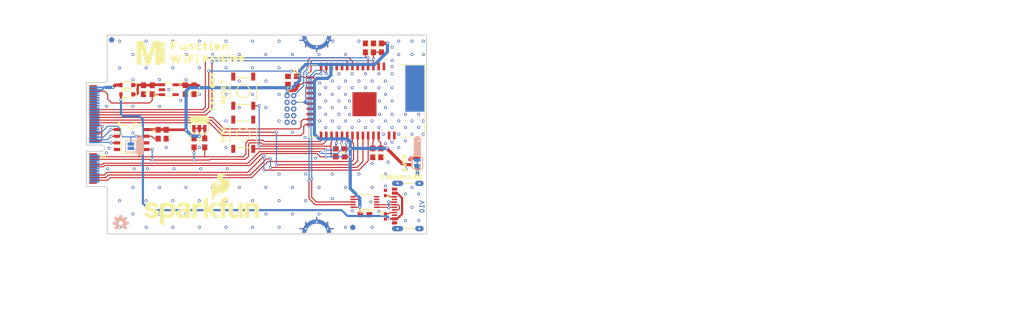
<source format=kicad_pcb>
(kicad_pcb (version 20211014) (generator pcbnew)
  (layers (0 "F.Cu" signal) (31 "B.Cu" signal) (34 "B.Paste" user) (35 "F.Paste" user) (36 "B.SilkS" user "B.Silkscreen") (37 "F.SilkS" user "F.Silkscreen") (38 "B.Mask" user) (39 "F.Mask" user) (44 "Edge.Cuts" user))
  (net 0 "")
  (net 1 "3.3V")
  (net 2 "GND")
  (net 3 "EN")
  (net 4 "VCC")
  (net 5 "U0RXI")
  (net 6 "U0TXO")
  (net 7 "RTC_PWR_KEY")
  (net 8 "RTC_WAKE1")
  (net 9 "FACTORY_RESET")
  (net 10 "GPIOA10")
  (net 11 "GPIOA11")
  (net 12 "U1RXI")
  (net 13 "U1TXO")
  (net 14 "TCLK")
  (net 15 "TMS")
  (net 16 "WPS")
  (net 17 "RTC_WAKE2")
  (net 18 "N$6")
  (net 19 "N$7")
  (net 20 "N$2")
  (net 21 "N$5")
  (net 22 "CIPO")
  (net 23 "COPI")
  (net 24 "~{CS}")
  (net 25 "SCK")
  (net 26 "N$10")
  (net 27 "N$11")
  (net 28 "I2C_SCL")
  (net 29 "I2C_SDA")
  (net 30 "N$8")
  (net 31 "N$9")
  (net 32 "N$1")
  (net 33 "N$13")
  (net 34 "N$14")
  (net 35 "V_USB")
  (net 36 "N$3")
  (net 37 "EWP")
  (footprint "boardEagle:SOT23-5" (layer "F.Cu") (at 131.7491 96.4446 -90)
    (fp_text reference "U3")
    (fp_text value "3.3V")
  )
  (footprint "boardEagle:M.2-CARD-E-22_FUNCTION_STANDARD" (layer "F.Cu") (at 116.0011 105.0036 -90)
    (fp_text reference "J1" hide)
    (fp_text value "MICROMOD_FUNCTION_STANDARD" hide)
    (fp_arc (start -19 -45.75) (mid -17.25 -44) (end -19 -42.25) (layer "Edge.Cuts") (width 0.0508))
    (fp_arc (start 19 -42.25) (mid 17.25 -44) (end 19 -45.75) (layer "Edge.Cuts") (width 0.0508))
  )
  (footprint "boardEagle:0603" (layer "F.Cu") (at 128.5741 96.4446 -90)
    (fp_text reference "R12")
    (fp_text value "100k")
  )
  (footprint "boardEagle:FACTORY0" (layer "F.Cu") (at 140.1311 96.724 90)
    (fp_text reference "U$8" hide)
    (fp_text value "" hide)
  )
  (footprint "boardEagle:WIFI0" (layer "F.Cu") (at 134.7971 90.6026)
    (fp_text reference "U$6" hide)
    (fp_text value "" hide)
  )
  (footprint "boardEagle:0603" (layer "F.Cu") (at 138.6071 106.6046 90)
    (fp_text reference "R6")
    (fp_text value "4.7k")
  )
  (footprint "boardEagle:0603" (layer "F.Cu") (at 172.3891 88.4436 90)
    (fp_text reference "R1")
    (fp_text value " ")
  )
  (footprint "boardEagle:SFE_LOGO_NAME_FLAME_.2" (layer "F.Cu") (at 138.1245 119.7872)
    (fp_text reference "LOGO1" hide)
    (fp_text value "SFE_LOGO_NAME_FLAME.2_INCH" hide)
  )
  (footprint "boardEagle:SMT-JUMPER_3_2-NC_TRACE_SILK" (layer "F.Cu") (at 137.5911 103.8106)
    (fp_text reference "JP2")
    (fp_text value "JUMPER-SMT_3_2-NC_TRACE_SILK")
  )
  (footprint "boardEagle:0603" (layer "F.Cu") (at 170.8651 88.4436 90)
    (fp_text reference "C7")
    (fp_text value "DNP")
  )
  (footprint "boardEagle:MICROMOD_MI_LOGO_1" (layer "F.Cu") (at 128.3201 89.3834)
    (fp_text reference "U$12" hide)
    (fp_text value "" hide)
  )
  (footprint "boardEagle:SO08" (layer "F.Cu") (at 124.6371 105.9696 -90)
    (fp_text reference "U4")
    (fp_text value "EEPROM")
  )
  (footprint "boardEagle:0603" (layer "F.Cu") (at 136.5751 96.4446 -90)
    (fp_text reference "C5")
    (fp_text value "0.1uF")
  )
  (footprint "boardEagle:0402-TIGHT" (layer "F.Cu") (at 173.1511 116.1804 -90)
    (fp_text reference "R9")
    (fp_text value "5.1k")
  )
  (footprint "boardEagle:0603" (layer "F.Cu") (at 129.7171 104.9536 90)
    (fp_text reference "R11")
    (fp_text value "10k")
  )
  (footprint "boardEagle:MSOP10" (layer "F.Cu") (at 169.2141 117.9076 180)
    (fp_text reference "U2")
    (fp_text value "CH340E_MSOP10")
  )
  (footprint "boardEagle:LED-0603" (layer "F.Cu") (at 179.2979 110.4146 -90)
    (fp_text reference "D3")
    (fp_text value "RED")
  )
  (footprint "boardEagle:0603" (layer "F.Cu") (at 172.2621 108.5096 -90)
    (fp_text reference "C1")
    (fp_text value "10uF")
  )
  (footprint "boardEagle:0603" (layer "F.Cu") (at 169.2141 120.3206)
    (fp_text reference "C8")
    (fp_text value "0.1uF")
  )
  (footprint "boardEagle:SOD-323" (layer "F.Cu") (at 123.7481 95.5556 180)
    (fp_text reference "D2")
    (fp_text value "")
  )
  (footprint "boardEagle:RESET0" (layer "F.Cu") (at 142.1631 96.724 90)
    (fp_text reference "U$9" hide)
    (fp_text value "" hide)
  )
  (footprint "boardEagle:XCVR_DA16200MOD-AAC4WA32" (layer "F.Cu") (at 169.5951 98.6036 -90)
    (fp_text reference "U1")
    (fp_text value "DA16200MOD")
  )
  (footprint "boardEagle:DA162000" (layer "F.Cu") (at 142.2393 90.4756)
    (fp_text reference "U$5" hide)
    (fp_text value "" hide)
  )
  (footprint "boardEagle:0603" (layer "F.Cu") (at 155.3711 93.9046)
    (fp_text reference "R3")
    (fp_text value "4.7k")
  )
  (footprint "boardEagle:0402-TIGHT" (layer "F.Cu") (at 173.1511 120.6588 90)
    (fp_text reference "R8")
    (fp_text value "5.1k")
  )
  (footprint "boardEagle:PWR0" (layer "F.Cu") (at 176.7833 110.4146 90)
    (fp_text reference "U$2" hide)
    (fp_text value "" hide)
  )
  (footprint "boardEagle:2X5-PTH-1.27MM-NO_SILK" (layer "F.Cu") (at 154.9901 100.1276 -90)
    (fp_text reference "J2")
    (fp_text value "CORTEX_JTAG_DEBUG")
  )
  (footprint "boardEagle:USB-C-16P-2LAYER-PADS" (layer "F.Cu") (at 174.5481 118.6696 90)
    (fp_text reference "J3")
    (fp_text value "")
  )
  (footprint "boardEagle:TACTILE_SWITCH_SMD_5.2MM" (layer "F.Cu") (at 145.9731 104.9536 90)
    (fp_text reference "S1")
    (fp_text value "WPS")
  )
  (footprint "boardEagle:0603" (layer "F.Cu") (at 134.9241 96.4446 -90)
    (fp_text reference "C4")
    (fp_text value "1.0uF")
  )
  (footprint "boardEagle:FIDUCIAL-1X2" (layer "F.Cu") (at 120.8271 86.9196)
    (fp_text reference "FD1" hide)
    (fp_text value "FIDUCIAL1X2" hide)
  )
  (footprint "boardEagle:0603" (layer "F.Cu") (at 164.5151 109.2716)
    (fp_text reference "R5")
    (fp_text value "4.7k")
  )
  (footprint "boardEagle:FUNCTION0" (layer "F.Cu") (at 137.7181 88.0626)
    (fp_text reference "U$4" hide)
    (fp_text value "" hide)
  )
  (footprint "boardEagle:0603" (layer "F.Cu") (at 126.9231 96.4446 -90)
    (fp_text reference "C6")
    (fp_text value "1.0uF")
  )
  (footprint "boardEagle:0603" (layer "F.Cu") (at 170.7381 108.5096 -90)
    (fp_text reference "C3")
    (fp_text value "1uF")
  )
  (footprint "boardEagle:0603" (layer "F.Cu") (at 164.5151 107.7476)
    (fp_text reference "R4")
    (fp_text value "4.7k")
  )
  (footprint "boardEagle:0603" (layer "F.Cu") (at 136.5751 106.6046 90)
    (fp_text reference "R10")
    (fp_text value "4.7k")
  )
  (footprint "boardEagle:WPS0" (layer "F.Cu") (at 142.1631 104.9536 90)
    (fp_text reference "U$7" hide)
    (fp_text value "" hide)
  )
  (footprint "boardEagle:#I2C#0" (layer "F.Cu") (at 137.5911 102.1596)
    (fp_text reference "U$11" hide)
    (fp_text value "" hide)
  )
  (footprint "boardEagle:0603" (layer "F.Cu") (at 131.2411 104.9536 -90)
    (fp_text reference "C9")
    (fp_text value "0.1uF")
  )
  (footprint "boardEagle:0402-TIGHT" (layer "F.Cu") (at 177.8501 110.2622 -90)
    (fp_text reference "R7")
    (fp_text value "1k")
  )
  (footprint "boardEagle:0603" (layer "F.Cu") (at 169.3411 88.4436 -90)
    (fp_text reference "R2")
    (fp_text value "4.7k")
  )
  (footprint "boardEagle:SOD-323" (layer "F.Cu") (at 123.7481 97.3336 180)
    (fp_text reference "D1")
    (fp_text value "")
  )
  (footprint "boardEagle:CREATIVE_COMMONS" (layer "F.Cu") (at 119.8111 137.9736)
    (fp_text reference "FRAME2" hide)
    (fp_text value "FRAME-LEDGER" hide)
  )
  (footprint "boardEagle:FIDUCIAL-1X2" (layer "F.Cu") (at 166.9027 122.759)
    (fp_text reference "FD3" hide)
    (fp_text value "FIDUCIAL1X2" hide)
  )
  (footprint "boardEagle:0603" (layer "F.Cu") (at 155.3711 95.4286 180)
    (fp_text reference "C2")
    (fp_text value "1uF")
  )
  (footprint "boardEagle:FIRMWARE0" (layer "F.Cu") (at 176.3769 113.1578)
    (fp_text reference "U$1" hide)
    (fp_text value "" hide)
  )
  (footprint "boardEagle:ORDERING_INSTRUCTIONS" (layer "F.Cu") (at 193.4711 79.5536)
    (fp_text reference "LOGO3" hide)
    (fp_text value "SPECIAL_INSTRUCTIONS-ORDERING" hide)
  )
  (footprint "boardEagle:TACTILE_SWITCH_SMD_5.2MM" (layer "F.Cu") (at 145.9731 96.724 90)
    (fp_text reference "S2")
    (fp_text value "FACTORY_RESET")
  )
  (footprint "boardEagle:#LED#0" (layer "B.Cu") (at 179.2471 109.5256 -90)
    (fp_text reference "U$3" hide)
    (fp_text value "" hide)
  )
  (footprint "boardEagle:#WP#0" (layer "B.Cu") (at 126.2881 107.2396 -90)
    (fp_text reference "U$10" hide)
    (fp_text value "" hide)
  )
  (footprint "boardEagle:FIDUCIAL-1X2" (layer "B.Cu") (at 166.9027 122.759 180)
    (fp_text reference "FD4" hide)
    (fp_text value "FIDUCIAL1X2" hide)
  )
  (footprint "boardEagle:SMT-JUMPER_2_NO_SILK" (layer "B.Cu") (at 124.5101 107.2396 90)
    (fp_text reference "JP3")
    (fp_text value "JUMPER-SMT_2_NO_SILK")
  )
  (footprint "boardEagle:FIDUCIAL-1X2" (layer "B.Cu") (at 120.8271 86.9196 180)
    (fp_text reference "FD2" hide)
    (fp_text value "FIDUCIAL1X2" hide)
  )
  (footprint "boardEagle:PAD.03X.03" (layer "B.Cu") (at 157.9111 98.8576 180)
    (fp_text reference "TP1" hide)
    (fp_text value "" hide)
  )
  (footprint "boardEagle:SMT-JUMPER_2_NC_TRACE_SILK" (layer "B.Cu") (at 179.2471 110.4146 -90)
    (fp_text reference "JP1")
    (fp_text value "JUMPER-SMT_2_NC_TRACE_SILK")
  )
  (footprint "boardEagle:OSHW-LOGO-S" (layer "B.Cu") (at 122.5543 121.9462 180)
    (fp_text reference "LOGO2" hide)
    (fp_text value "OSHW-LOGOS" hide)
  )
  (gr_line (start 119.5011 95.0786) (end 116.0011 95.0786) (layer "Edge.Cuts") (width 0.2032))
  (gr_arc (start 118.9011 107.0286) (mid 119.5011 107.6286) (end 118.9011 108.2286) (layer "Edge.Cuts") (width 0.2032))
  (gr_line (start 116.0011 114.9286) (end 119.5011 114.9286) (layer "Edge.Cuts") (width 0.2032))
  (gr_line (start 118.9011 108.2286) (end 116.0011 108.2286) (layer "Edge.Cuts") (width 0.2032))
  (gr_line (start 181.0011 86.0036) (end 120.0011 86.0036) (layer "Edge.Cuts") (width 0.2032))
  (gr_line (start 120.0011 124.0036) (end 181.0011 124.0036) (layer "Edge.Cuts") (width 0.2032))
  (gr_arc (start 119.5011 114.9286) (mid 119.843398 115.068945) (end 120.0011 115.403601) (layer "Edge.Cuts") (width 0.2032))
  (gr_line (start 116.0011 108.2286) (end 116.0011 114.9286) (layer "Edge.Cuts") (width 0.2032))
  (gr_arc (start 120.0011 94.6036) (mid 119.842054 94.936841) (end 119.5011 95.0786) (layer "Edge.Cuts") (width 0.2032))
  (gr_line (start 116.0011 107.0286) (end 118.9011 107.0286) (layer "Edge.Cuts") (width 0.2032))
  (gr_line (start 181.0011 124.0036) (end 181.0011 86.0036) (layer "Edge.Cuts") (width 0.2032))
  (gr_line (start 116.0011 95.0786) (end 116.0011 107.0286) (layer "Edge.Cuts") (width 0.2032))
  (gr_line (start 120.0011 86.0036) (end 120.0011 94.6036) (layer "Edge.Cuts") (width 0.2032))
  (gr_line (start 120.0011 115.4036) (end 120.0011 124.0036) (layer "Edge.Cuts") (width 0.2032))
  (gr_text "V10" (at 180.6441 118.7966 -270) (layer "B.Cu") (effects (font (size 0.8636 0.8636) (thickness 0.1524)) (justify bottom mirror)))
  (segment (start 172.2621 107.6596) (end 172.2621 106.6046) (width 0.2032) (layer "F.Cu") (net 1))
  (segment (start 171.8451 106.1876) (end 171.8451 105.2036) (width 0.2032) (layer "F.Cu") (net 1))
  (segment (start 155.8401 96.5716) (end 156.2211 96.1906) (width 0.6096) (layer "F.Cu") (net 1))
  (segment (start 167.8251 117.4076) (end 168.2569 117.8394) (width 0.2032) (layer "F.Cu") (net 1))
  (segment (start 134.9241 95.5946) (end 136.5751 95.5946) (width 0.508) (layer "F.Cu") (net 1))
  (segment (start 154.3551 96.9526) (end 154.7361 96.5716) (width 0.6096) (layer "F.Cu") (net 1))
  (segment (start 170.7381 107.6596) (end 172.2621 107.6596) (width 0.6096) (layer "F.Cu") (net 1))
  (segment (start 129.7561 104.0646) (end 131.2411 104.0646) (width 0.508) (layer "F.Cu") (net 1))
  (segment (start 165.3651 109.2716) (end 166.4201 109.2716) (width 0.2032) (layer "F.Cu") (net 1))
  (segment (start 156.2211 95.4286) (end 157.0781 95.4286) (width 0.2032) (layer "F.Cu") (net 1))
  (segment (start 176.5077 110.7622) (end 173.4051 107.6596) (width 0.6096) (layer "F.Cu") (net 1))
  (segment (start 131.2411 104.1036) (end 134.9631 104.1036) (width 0.508) (layer "F.Cu") (net 1))
  (segment (start 172.2621 106.6046) (end 171.8451 106.1876) (width 0.2032) (layer "F.Cu") (net 1))
  (segment (start 170.7381 107.6596) (end 170.7381 106.3506) (width 0.2032) (layer "F.Cu") (net 1))
  (segment (start 166.9641 118.9076) (end 168.2141 118.9076) (width 0.2032) (layer "F.Cu") (net 1))
  (segment (start 168.2141 118.9076) (end 168.2569 118.8648) (width 0.2032) (layer "F.Cu") (net 1))
  (segment (start 173.4051 107.6596) (end 172.2621 107.6596) (width 0.6096) (layer "F.Cu") (net 1))
  (segment (start 136.5751 95.5946) (end 137.3761 95.5946) (width 0.508) (layer "F.Cu") (net 1))
  (segment (start 168.2569 117.8394) (end 168.2569 118.8648) (width 0.2032) (layer "F.Cu") (net 1))
  (segment (start 166.9641 117.4076) (end 167.8251 117.4076) (width 0.2032) (layer "F.Cu") (net 1))
  (segment (start 131.2411 104.0646) (end 131.2411 104.1036) (width 0.508) (layer "F.Cu") (net 1))
  (segment (start 165.3651 107.7476) (end 166.4201 107.7476) (width 0.2032) (layer "F.Cu") (net 1))
  (segment (start 129.6781 104.0646) (end 129.7171 104.1036) (width 0.508) (layer "F.Cu") (net 1))
  (segment (start 134.9631 104.1036) (end 135.0511 104.1916) (width 0.508) (layer "F.Cu") (net 1))
  (segment (start 137.5911 95.8096) (end 137.5911 96.0636) (width 0.508) (layer "F.Cu") (net 1))
  (segment (start 137.5911 95.8096) (end 137.3761 95.5946) (width 0.508) (layer "F.Cu") (net 1))
  (segment (start 154.3551 97.5876) (end 154.3551 96.9526) (width 0.6096) (layer "F.Cu") (net 1))
  (segment (start 154.7361 96.5716) (end 155.8401 96.5716) (width 0.6096) (layer "F.Cu") (net 1))
  (segment (start 157.0781 95.4286) (end 157.4031 95.1036) (width 0.2032) (layer "F.Cu") (net 1))
  (segment (start 173.4931 87.5936) (end 173.5321 87.5546) (width 0.6096) (layer "F.Cu") (net 1))
  (segment (start 127.4371 104.0646) (end 129.6781 104.0646) (width 0.508) (layer "F.Cu") (net 1))
  (segment (start 168.2569 120.2134) (end 168.2569 118.8648) (width 0.2032) (layer "F.Cu") (net 1))
  (segment (start 172.3891 87.5936) (end 173.4931 87.5936) (width 0.6096) (layer "F.Cu") (net 1))
  (segment (start 134.8241 95.4946) (end 134.9241 95.5946) (width 0.508) (layer "F.Cu") (net 1))
  (segment (start 157.4031 95.1036) (end 158.8451 95.1036) (width 0.2032) (layer "F.Cu") (net 1))
  (segment (start 137.5911 103.8106) (end 137.5911 105.3346) (width 0.2032) (layer "F.Cu") (net 1))
  (segment (start 156.2211 96.1906) (end 156.2211 95.4286) (width 0.6096) (layer "F.Cu") (net 1))
  (segment (start 170.8451 106.2436) (end 170.8451 105.2036) (width 0.2032) (layer "F.Cu") (net 1))
  (segment (start 170.7381 106.3506) (end 170.8451 106.2436) (width 0.2032) (layer "F.Cu") (net 1))
  (segment (start 168.3641 120.3206) (end 168.2569 120.2134) (width 0.2032) (layer "F.Cu") (net 1))
  (segment (start 133.0492 95.4946) (end 134.8241 95.4946) (width 0.508) (layer "F.Cu") (net 1))
  (segment (start 177.8501 110.7622) (end 176.5077 110.7622) (width 0.6096) (layer "F.Cu") (net 1))
  (segment (start 129.7171 104.1036) (end 129.7561 104.0646) (width 0.508) (layer "F.Cu") (net 1))
  (via (at 135.0511 104.1916) (size 0.5588) (drill 0.3048) (layers "F.Cu" "B.Cu") (net 1))
  (via (at 166.4201 107.7476) (size 0.5588) (drill 0.3048) (layers "F.Cu" "B.Cu") (net 1))
  (via (at 173.5321 87.5546) (size 0.5588) (drill 0.3048) (layers "F.Cu" "B.Cu") (net 1))
  (via (at 137.5911 105.3346) (size 0.5588) (drill 0.3048) (layers "F.Cu" "B.Cu") (net 1))
  (via (at 137.5911 96.0636) (size 0.5588) (drill 0.3048) (layers "F.Cu" "B.Cu") (net 1))
  (via (at 173.4051 107.6596) (size 0.5588) (drill 0.3048) (layers "F.Cu" "B.Cu") (net 1))
  (via (at 166.4201 109.2716) (size 0.5588) (drill 0.3048) (layers "F.Cu" "B.Cu") (net 1))
  (via (at 168.2569 118.8648) (size 0.5588) (drill 0.3048) (layers "F.Cu" "B.Cu") (net 1))
  (segment (start 166.4201 115.3088) (end 166.4201 109.2716) (width 0.6096) (layer "B.Cu") (net 1))
  (segment (start 154.3551 96.0636) (end 155.3711 96.0636) (width 0.6096) (layer "B.Cu") (net 1))
  (segment (start 166.4201 106.3506) (end 165.9121 105.8426) (width 0.6096) (layer "B.Cu") (net 1))
  (segment (start 168.2569 117.1456) (end 168.2569 118.8648) (width 0.6096) (layer "B.Cu") (net 1))
  (segment (start 154.3551 97.5876) (end 154.3551 96.0636) (width 0.6096) (layer "B.Cu") (net 1))
  (segment (start 162.7371 91.6186) (end 157.9111 91.6186) (width 0.6096) (layer "B.Cu") (net 1))
  (segment (start 155.3711 96.0636) (end 156.7681 94.6666) (width 0.6096) (layer "B.Cu") (net 1))
  (segment (start 165.9121 105.8426) (end 160.4511 105.8426) (width 0.6096) (layer "B.Cu") (net 1))
  (segment (start 156.7681 94.6666) (end 156.7681 92.7616) (width 0.6096) (layer "B.Cu") (net 1))
  (segment (start 154.3551 96.0636) (end 137.5911 96.0636) (width 0.6096) (layer "B.Cu") (net 1))
  (segment (start 137.5911 96.0636) (end 135.6861 96.0636) (width 0.6096) (layer "B.Cu") (net 1))
  (segment (start 173.5321 87.5546) (end 173.5321 89.2056) (width 0.6096) (layer "B.Cu") (net 1))
  (segment (start 171.1191 91.6186) (end 162.7371 91.6186) (width 0.6096) (layer "B.Cu") (net 1))
  (segment (start 135.0511 96.6986) (end 135.0511 104.1916) (width 0.6096) (layer "B.Cu") (net 1))
  (segment (start 159.5621 94.7936) (end 160.0701 94.2856) (width 0.6096) (layer "B.Cu") (net 1))
  (segment (start 162.1021 94.2856) (end 162.7371 93.6506) (width 0.6096) (layer "B.Cu") (net 1))
  (segment (start 159.5621 104.9536) (end 159.5621 94.7936) (width 0.6096) (layer "B.Cu") (net 1))
  (segment (start 136.1941 105.3346) (end 137.5911 105.3346) (width 0.6096) (layer "B.Cu") (net 1))
  (segment (start 168.2569 117.1456) (end 166.4201 115.3088) (width 0.6096) (layer "B.Cu") (net 1))
  (segment (start 166.4201 107.6596) (end 173.4051 107.6596) (width 0.6096) (layer "B.Cu") (net 1))
  (segment (start 166.4201 109.2716) (end 166.4201 107.7476) (width 0.6096) (layer "B.Cu") (net 1))
  (segment (start 135.0511 104.1916) (end 136.1941 105.3346) (width 0.6096) (layer "B.Cu") (net 1))
  (segment (start 157.9111 91.6186) (end 156.7681 92.7616) (width 0.6096) (layer "B.Cu") (net 1))
  (segment (start 162.7371 93.6506) (end 162.7371 91.6186) (width 0.6096) (layer "B.Cu") (net 1))
  (segment (start 160.4511 105.8426) (end 159.5621 104.9536) (width 0.6096) (layer "B.Cu") (net 1))
  (segment (start 166.4201 107.7476) (end 166.4201 106.3506) (width 0.6096) (layer "B.Cu") (net 1))
  (segment (start 160.0701 94.2856) (end 162.1021 94.2856) (width 0.6096) (layer "B.Cu") (net 1))
  (segment (start 173.5321 89.2056) (end 171.1191 91.6186) (width 0.6096) (layer "B.Cu") (net 1))
  (segment (start 166.4201 107.7476) (end 166.4201 107.6596) (width 0.6096) (layer "B.Cu") (net 1))
  (segment (start 135.6861 96.0636) (end 135.0511 96.6986) (width 0.6096) (layer "B.Cu") (net 1))
  (segment (start 158.9411 121.7036) (end 160.0011 121.7036) (width 0.2032) (layer "F.Cu") (net 2))
  (segment (start 118.7461 103.2536) (end 118.9221 103.4296) (width 0.2032) (layer "F.Cu") (net 2))
  (segment (start 160.8321 88.3166) (end 161.2131 88.3166) (width 0.2032) (layer "F.Cu") (net 2))
  (segment (start 161.2131 88.3166) (end 162.1011 87.4286) (width 0.2032) (layer "F.Cu") (net 2))
  (segment (start 158.6731 122.2316) (end 158.6731 121.9716) (width 0.2032) (layer "F.Cu") (net 2))
  (segment (start 158.6731 121.9716) (end 158.9411 121.7036) (width 0.2032) (layer "F.Cu") (net 2))
  (segment (start 118.9221 106.0966) (end 118.7651 106.2536) (width 0.2032) (layer "F.Cu") (net 2))
  (segment (start 157.9011 123.0036) (end 158.6731 122.2316) (width 0.2032) (layer "F.Cu") (net 2))
  (segment (start 160.8191 88.3036) (end 160.8321 88.3166) (width 0.2032) (layer "F.Cu") (net 2))
  (segment (start 158.6731 87.6816) (end 158.1651 87.6816) (width 0.2032) (layer "F.Cu") (net 2))
  (segment (start 160.0011 88.3036) (end 159.2951 88.3036) (width 0.2032) (layer "F.Cu") (net 2))
  (segment (start 162.1011 87.4286) (end 162.1011 87.0036) (width 0.2032) (layer "F.Cu") (net 2))
  (segment (start 157.9011 87.4176) (end 157.9011 87.0036) (width 0.2032) (layer "F.Cu") (net 2))
  (segment (start 161.0721 121.7036) (end 162.1011 122.7326) (width 0.2032) (layer "F.Cu") (net 2))
  (segment (start 160.0011 121.7036) (end 161.0721 121.7036) (width 0.2032) (layer "F.Cu") (net 2))
  (segment (start 158.1651 87.6816) (end 157.9011 87.4176) (width 0.2032) (layer "F.Cu") (net 2))
  (segment (start 160.0011 88.3036) (end 160.8191 88.3036) (width 0.2032) (layer "F.Cu") (net 2))
  (segment (start 162.1011 122.7326) (end 162.1011 123.0036) (width 0.2032) (layer "F.Cu") (net 2))
  (segment (start 118.9221 104.7536) (end 118.9221 106.0966) (width 0.2032) (layer "F.Cu") (net 2))
  (segment (start 117.2761 106.2536) (end 118.7651 106.2536) (width 0.2032) (layer "F.Cu") (net 2))
  (segment (start 117.2761 103.2536) (end 118.7461 103.2536) (width 0.2032) (layer "F.Cu") (net 2))
  (segment (start 117.2761 104.7536) (end 118.9221 104.7536) (width 0.2032) (layer "F.Cu") (net 2))
  (segment (start 159.2951 88.3036) (end 158.6731 87.6816) (width 0.2032) (layer "F.Cu") (net 2))
  (segment (start 118.9221 103.4296) (end 118.9221 104.7536) (width 0.2032) (layer "F.Cu") (net 2))
  (via (at 164.2611 96.0636) (size 0.5588) (drill 0.3048) (layers "F.Cu" "B.Cu") (net 2))
  (via (at 166.8011 93.3966) (size 0.5588) (drill 0.3048) (layers "F.Cu" "B.Cu") (net 2))
  (via (at 166.8011 103.6836) (size 0.5588) (drill 0.3048) (layers "F.Cu" "B.Cu") (net 2))
  (via (at 162.9911 102.4136) (size 0.5588) (drill 0.3048) (layers "F.Cu" "B.Cu") (net 2))
  (via (at 171.8811 96.0636) (size 0.5588) (drill 0.3048) (layers "F.Cu" "B.Cu") (net 2))
  (via (at 178.2311 102.4136) (size 0.5588) (drill 0.3048) (layers "F.Cu" "B.Cu") (net 2))
  (via (at 129.9711 120.1936) (size 0.5588) (drill 0.3048) (layers "F.Cu" "B.Cu") (net 2))
  (via (at 164.2611 101.1436) (size 0.5588) (drill 0.3048) (layers "F.Cu" "B.Cu") (net 2))
  (via (at 161.7211 96.0636) (size 0.5588) (drill 0.3048) (layers "F.Cu" "B.Cu") (net 2))
  (via (at 137.5911 122.7336) (size 0.5588) (drill 0.3048) (layers "F.Cu" "B.Cu") (net 2))
  (via (at 124.8911 99.6196) (size 0.5588) (drill 0.3048) (layers "F.Cu" "B.Cu") (net 2))
  (via (at 142.6711 102.4136) (size 0.5588) (drill 0.3048) (layers "F.Cu" "B.Cu") (net 2))
  (via (at 152.8311 112.5736) (size 0.5588) (drill 0.3048) (layers "F.Cu" "B.Cu") (net 2))
  (via (at 160.4511 120.1936) (size 0.5588) (drill 0.3048) (layers "F.Cu" "B.Cu") (net 2))
  (via (at 142.6711 97.3336) (size 0.5588) (drill 0.3048) (layers "F.Cu" "B.Cu") (net 2))
  (via (at 150.2911 99.8736) (size 0.5588) (drill 0.3048) (layers "F.Cu" "B.Cu") (net 2))
  (via (at 159.8161 109.5256) (size 0.5588) (drill 0.3048) (layers "F.Cu" "B.Cu") (net 2))
  (via (at 119.0491 103.4296) (size 0.5588) (drill 0.3048) (layers "F.Cu" "B.Cu") (net 2))
  (via (at 124.8911 94.5396) (size 0.5588) (drill 0.3048) (layers "F.Cu" "B.Cu") (net 2))
  (via (at 178.2311 118.9236) (size 0.5588) (drill 0.3048) (layers "F.Cu" "B.Cu") (net 2))
  (via (at 124.8911 115.1136) (size 0.5588) (drill 0.3048) (layers "F.Cu" "B.Cu") (net 2))
  (via (at 124.8911 89.7136) (size 0.5588) (drill 0.3048) (layers "F.Cu" "B.Cu") (net 2))
  (via (at 164.2611 98.6036) (size 0.5588) (drill 0.3048) (layers "F.Cu" "B.Cu") (net 2))
  (via (at 127.4311 117.6536) (size 0.5588) (drill 0.3048) (layers "F.Cu" "B.Cu") (net 2))
  (via (at 122.3511 92.2536) (size 0.5588) (drill 0.3048) (layers "F.Cu" "B.Cu") (net 2))
  (via (at 165.5311 94.7936) (size 0.5588) (drill 0.3048) (layers "F.Cu" "B.Cu") (net 2))
  (via (at 173.1511 94.7936) (size 0.5588) (drill 0.3048) (layers "F.Cu" "B.Cu") (net 2))
  (via (at 165.5311 89.7136) (size 0.5588) (drill 0.3048) (layers "F.Cu" "B.Cu") (net 2))
  (via (at 166.2931 98.6036) (size 0.5588) (drill 0.3048) (layers "F.Cu" "B.Cu") (net 2))
  (via (at 175.6911 87.1736) (size 0.5588) (drill 0.3048) (layers "F.Cu" "B.Cu") (net 2))
  (via (at 174.4211 101.1436) (size 0.5588) (drill 0.3048) (layers "F.Cu" "B.Cu") (net 2))
  (via (at 145.2111 99.8736) (size 0.5588) (drill 0.3048) (layers "F.Cu" "B.Cu") (net 2))
  (via (at 135.0511 115.1136) (size 0.5588) (drill 0.3048) (layers "F.Cu" "B.Cu") (net 2))
  (via (at 174.4211 93.3966) (size 0.5588) (drill 0.3048) (layers "F.Cu" "B.Cu") (net 2))
  (via (at 161.7211 98.6036) (size 0.5588) (drill 0.3048) (layers "F.Cu" "B.Cu") (net 2))
  (via (at 179.5011 103.6836) (size 0.5588) (drill 0.3048) (layers "F.Cu" "B.Cu") (net 2))
  (via (at 122.3511 122.7336) (size 0.5588) (drill 0.3048) (layers "F.Cu" "B.Cu") (net 2))
  (via (at 119.8111 99.6196) (size 0.5588) (drill 0.3048) (layers "F.Cu" "B.Cu") (net 2))
  (via (at 165.5311 115.1136) (size 0.5588) (drill 0.3048) (layers "F.Cu" "B.Cu") (net 2))
  (via (at 174.4211 103.6836) (size 0.5588) (drill 0.3048) (layers "F.Cu" "B.Cu") (net 2))
  (via (at 157.9111 117.6536) (size 0.5588) (drill 0.3048) (layers "F.Cu" "B.Cu") (net 2))
  (via (at 150.2911 120.1936) (size 0.5588) (drill 0.3048) (layers "F.Cu" "B.Cu") (net 2))
  (via (at 174.4211 88.3166) (size 0.5588) (drill 0.3048) (layers "F.Cu" "B.Cu") (net 2))
  (via (at 163.1181 87.1736) (size 0.5588) (drill 0.3048) (layers "F.Cu" "B.Cu") (net 2))
  (via (at 168.0711 94.7936) (size 0.5588) (drill 0.3048) (layers "F.Cu" "B.Cu") (net 2))
  (via (at 170.6111 115.1136) (size 0.5588) (drill 0.3048) (layers "F.Cu" "B.Cu") (net 2))
  (via (at 152.8311 87.1736) (size 0.5588) (drill 0.3048) (layers "F.Cu" "B.Cu") (net 2))
  (via (at 174.4211 98.6036) (size 0.5588) (drill 0.3048) (layers "F.Cu" "B.Cu") (net 2))
  (via (at 168.0711 102.4136) (size 0.5588) (drill 0.3048) (layers "F.Cu" "B.Cu") (net 2))
  (via (at 140.1311 120.1936) (size 0.5588) (drill 0.3048) (layers "F.Cu" "B.Cu") (net 2))
  (via (at 173.1511 114.8596) (size 0.5588) (drill 0.3048) (layers "F.Cu" "B.Cu") (net 2))
  (via (at 142.6711 107.4936) (size 0.5588) (drill 0.3048) (layers "F.Cu" "B.Cu") (net 2))
  (via (at 155.3711 120.1936) (size 0.5588) (drill 0.3048) (layers "F.Cu" "B.Cu") (net 2))
  (via (at 131.2411 107.4936) (size 0.5588) (drill 0.3048) (layers "F.Cu" "B.Cu") (net 2))
  (via (at 179.5011 116.3836) (size 0.5588) (drill 0.3048) (layers "F.Cu" "B.Cu") (net 2))
  (via (at 142.6711 117.6536) (size 0.5588) (drill 0.3048) (layers "F.Cu" "B.Cu") (net 2))
  (via (at 142.6711 92.2536) (size 0.5588) (drill 0.3048) (layers "F.Cu" "B.Cu") (net 2))
  (via (at 147.7511 117.6536) (size 0.5588) (drill 0.3048) (layers "F.Cu" "B.Cu") (net 2))
  (via (at 168.0711 87.1736) (size 0.5588) (drill 0.3048) (layers "F.Cu" "B.Cu") (net 2))
  (via (at 152.8311 92.2536) (size 0.5588) (drill 0.3048) (layers "F.Cu" "B.Cu") (net 2))
  (via (at 142.6711 87.1736) (size 0.5588) (drill 0.3048) (layers "F.Cu" "B.Cu") (net 2))
  (via (at 180.3901 102.4136) (size 0.5588) (drill 0.3048) (layers "F.Cu" "B.Cu") (net 2))
  (via (at 120.0651 111.5576) (size 0.5588) (drill 0.3048) (layers "F.Cu" "B.Cu") (net 2))
  (via (at 132.7651 111.5576) (size 0.5588) (drill 0.3048) (layers "F.Cu" "B.Cu") (net 2))
  (via (at 152.8311 117.6536) (size 0.5588) (drill 0.3048) (layers "F.Cu" "B.Cu") (net 2))
  (via (at 157.7841 105.5886) (size 0.5588) (drill 0.3048) (layers "F.Cu" "B.Cu") (net 2))
  (via (at 173.6591 110.2876) (size 0.5588) (drill 0.3048) (layers "F.Cu" "B.Cu") (net 2))
  (via (at 178.2311 115.1136) (size 0.5588) (drill 0.3048) (layers "F.Cu" "B.Cu") (net 2))
  (via (at 176.9611 103.6836) (size 0.5588) (drill 0.3048) (layers "F.Cu" "B.Cu") (net 2))
  (via (at 168.0711 112.5736) (size 0.5588) (drill 0.3048) (layers "F.Cu" "B.Cu") (net 2))
  (via (at 131.7491 96.4446) (size 0.5588) (drill 0.3048) (layers "F.Cu" "B.Cu") (net 2))
  (via (at 172.0081 98.6036) (size 0.5588) (drill 0.3048) (layers "F.Cu" "B.Cu") (net 2))
  (via (at 176.9611 101.1436) (size 0.5588) (drill 0.3048) (layers "F.Cu" "B.Cu") (net 2))
  (via (at 172.0081 101.1436) (size 0.5588) (drill 0.3048) (layers "F.Cu" "B.Cu") (net 2))
  (via (at 127.4311 87.1736) (size 0.5588) (drill 0.3048) (layers "F.Cu" "B.Cu") (net 2))
  (via (at 152.8311 97.3336) (size 0.5588) (drill 0.3048) (layers "F.Cu" "B.Cu") (net 2))
  (via (at 129.9711 99.6196) (size 0.5588) (drill 0.3048) (layers "F.Cu" "B.Cu") (net 2))
  (via (at 147.7511 122.7336) (size 0.5588) (drill 0.3048) (layers "F.Cu" "B.Cu") (net 2))
  (via (at 160.5781 97.3336) (size 0.5588) (drill 0.3048) (layers "F.Cu" "B.Cu") (net 2))
  (via (at 170.6111 94.7936) (size 0.5588) (drill 0.3048) (layers "F.Cu" "B.Cu") (net 2))
  (via (at 155.3711 104.5726) (size 0.5588) (drill 0.3048) (layers "F.Cu" "B.Cu") (net 2))
  (via (at 124.8911 120.1936) (size 0.5588) (drill 0.3048) (layers "F.Cu" "B.Cu") (net 2))
  (via (at 155.3711 89.7136) (size 0.5588) (drill 0.3048) (layers "F.Cu" "B.Cu") (net 2))
  (via (at 174.4211 90.8566) (size 0.5588) (drill 0.3048) (layers "F.Cu" "B.Cu") (net 2))
  (via (at 170.6111 102.4136) (size 0.5588) (drill 0.3048) (layers "F.Cu" "B.Cu") (net 2))
  (via (at 125.1451 111.5576) (size 0.5588) (drill 0.3048) (layers "F.Cu" "B.Cu") (net 2))
  (via (at 175.6911 102.4136) (size 0.5588) (drill 0.3048) (layers "F.Cu" "B.Cu") (net 2))
  (via (at 137.5911 87.1736) (size 0.5588) (drill 0.3048) (layers "F.Cu" "B.Cu") (net 2))
  (via (at 137.5911 107.4936) (size 0.5588) (drill 0.3048) (layers "F.Cu" "B.Cu") (net 2))
  (via (at 171.8811 103.6836) (size 0.5588) (drill 0.3048) (layers "F.Cu" "B.Cu") (net 2))
  (via (at 173.1511 102.4136) (size 0.5588) (drill 0.3048) (layers "F.Cu" "B.Cu") (net 2))
  (via (at 160.5781 99.8736) (size 0.5588) (drill 0.3048) (layers "F.Cu" "B.Cu") (net 2))
  (via (at 166.2931 101.1436) (size 0.5588) (drill 0.3048) (layers "F.Cu" "B.Cu") (net 2))
  (via (at 142.6711 122.7336) (size 0.5588) (drill 0.3048) (layers "F.Cu" "B.Cu") (net 2))
  (via (at 179.5011 121.4636) (size 0.5588) (drill 0.3048) (layers "F.Cu" "B.Cu") (net 2))
  (via (at 179.5011 101.1436) (size 0.5588) (drill 0.3048) (layers "F.Cu" "B.Cu") (net 2))
  (via (at 145.2111 120.1936) (size 0.5588) (drill 0.3048) (layers "F.Cu" "B.Cu") (net 2))
  (via (at 173.1511 97.3336) (size 0.5588) (drill 0.3048) (layers "F.Cu" "B.Cu") (net 2))
  (via (at 137.5911 117.6536) (size 0.5588) (drill 0.3048) (layers "F.Cu" "B.Cu") (net 2))
  (via (at 140.1311 115.1136) (size 0.5588) (drill 0.3048) (layers "F.Cu" "B.Cu") (net 2))
  (via (at 165.5311 97.3336) (size 0.5588) (drill 0.3048) (layers "F.Cu" "B.Cu") (net 2))
  (via (at 162.9911 99.8736) (size 0.5588) (drill 0.3048) (layers "F.Cu" "B.Cu") (net 2))
  (via (at 145.2111 89.7136) (size 0.5588) (drill 0.3048) (layers "F.Cu" "B.Cu") (net 2))
  (via (at 160.5781 95.1746) (size 0.5588) (drill 0.3048) (layers "F.Cu" "B.Cu") (net 2))
  (via (at 160.5781 102.4136) (size 0.5588) (drill 0.3048) (layers "F.Cu" "B.Cu") (net 2))
  (via (at 120.3191 107.6206) (size 0.5588) (drill 0.3048) (layers "F.Cu" "B.Cu") (net 2))
  (via (at 140.1311 89.7136) (size 0.5588) (drill 0.3048) (layers "F.Cu" "B.Cu") (net 2))
  (via (at 176.9611 106.2236) (size 0.5588) (drill 0.3048) (layers "F.Cu" "B.Cu") (net 2))
  (via (at 178.2311 104.9536) (size 0.5588) (drill 0.3048) (layers "F.Cu" "B.Cu") (net 2))
  (via (at 171.8811 93.3966) (size 0.5588) (drill 0.3048) (layers "F.Cu" "B.Cu") (net 2))
  (via (at 119.8111 108.5096) (size 0.5588) (drill 0.3048) (layers "F.Cu" "B.Cu") (net 2))
  (via (at 129.9711 94.5396) (size 0.5588) (drill 0.3048) (layers "F.Cu" "B.Cu") (net 2))
  (via (at 162.9911 112.5736) (size 0.5588) (drill 0.3048) (layers "F.Cu" "B.Cu") (net 2))
  (via (at 166.8011 96.0636) (size 0.5588) (drill 0.3048) (layers "F.Cu" "B.Cu") (net 2))
  (via (at 150.2911 115.1136) (size 0.5588) (drill 0.3048) (layers "F.Cu" "B.Cu") (net 2))
  (via (at 170.6111 110.5416) (size 0.5588) (drill 0.3048) (layers "F.Cu" "B.Cu") (net 2))
  (via (at 165.5311 102.4136) (size 0.5588) (drill 0.3048) (layers "F.Cu" "B.Cu") (net 2))
  (via (at 171.8811 119.6856) (size 0.5588) (drill 0.3048) (layers "F.Cu" "B.Cu") (net 2))
  (via (at 166.8011 119.5586) (size 0.5588) (drill 0.3048) (layers "F.Cu" "B.Cu") (net 2))
  (via (at 135.0511 89.7136) (size 0.5588) (drill 0.3048) (layers "F.Cu" "B.Cu") (net 2))
  (via (at 176.9611 116.3836) (size 0.5588) (drill 0.3048) (layers "F.Cu" "B.Cu") (net 2))
  (via (at 127.4311 92.2536) (size 0.5588) (drill 0.3048) (layers "F.Cu" "B.Cu") (net 2))
  (via (at 147.7511 92.2536) (size 0.5588) (drill 0.3048) (layers "F.Cu" "B.Cu") (net 2))
  (via (at 173.1511 99.8736) (size 0.5588) (drill 0.3048) (layers "F.Cu" "B.Cu") (net 2))
  (via (at 169.3411 103.6836) (size 0.5588) (drill 0.3048) (layers "F.Cu" "B.Cu") (net 2))
  (via (at 169.3411 93.3966) (size 0.5588) (drill 0.3048) (layers "F.Cu" "B.Cu") (net 2))
  (via (at 124.8911 104.6996) (size 0.5588) (drill 0.3048) (layers "F.Cu" "B.Cu") (net 2))
  (via (at 157.9111 112.5736) (size 0.5588) (drill 0.3048) (layers "F.Cu" "B.Cu") (net 2))
  (via (at 122.3511 117.6536) (size 0.5588) (drill 0.3048) (layers "F.Cu" "B.Cu") (net 2))
  (via (at 174.4211 106.4776) (size 0.5588) (drill 0.3048) (layers "F.Cu" "B.Cu") (net 2))
  (via (at 134.0351 98.4766) (size 0.5588) (drill 0.3048) (layers "F.Cu" "B.Cu") (net 2))
  (via (at 162.9911 94.7936) (size 0.5588) (drill 0.3048) (layers "F.Cu" "B.Cu") (net 2))
  (via (at 161.7211 103.6836) (size 0.5588) (drill 0.3048) (layers "F.Cu" "B.Cu") (net 2))
  (via (at 174.4211 96.0636) (size 0.5588) (drill 0.3048) (layers "F.Cu" "B.Cu") (net 2))
  (via (at 173.1511 106.7316) (size 0.5588) (drill 0.3048) (layers "F.Cu" "B.Cu") (net 2))
  (via (at 152.8311 122.7336) (size 0.5588) (drill 0.3048) (layers "F.Cu" "B.Cu") (net 2))
  (via (at 135.0511 120.1936) (size 0.5588) (drill 0.3048) (layers "F.Cu" "B.Cu") (net 2))
  (via (at 145.2111 115.1136) (size 0.5588) (drill 0.3048) (layers "F.Cu" "B.Cu") (net 2))
  (via (at 175.6911 89.7136) (size 0.5588) (drill 0.3048) (layers "F.Cu" "B.Cu") (net 2))
  (via (at 127.4311 122.7336) (size 0.5588) (drill 0.3048) (layers "F.Cu" "B.Cu") (net 2))
  (via (at 165.5311 122.7336) (size 0.5588) (drill 0.3048) (layers "F.Cu" "B.Cu") (net 2))
  (via (at 162.9911 117.2726) (size 0.5588) (drill 0.3048) (layers "F.Cu" "B.Cu") (net 2))
  (via (at 161.7211 101.1436) (size 0.5588) (drill 0.3048) (layers "F.Cu" "B.Cu") (net 2))
  (via (at 147.7511 97.3336) (size 0.5588) (drill 0.3048) (layers "F.Cu" "B.Cu") (net 2))
  (via (at 150.2911 94.7936) (size 0.5588) (drill 0.3048) (layers "F.Cu" "B.Cu") (net 2))
  (via (at 132.5111 117.6536) (size 0.5588) (drill 0.3048) (layers "F.Cu" "B.Cu") (net 2))
  (via (at 155.3711 115.1136) (size 0.5588) (drill 0.3048) (layers "F.Cu" "B.Cu") (net 2))
  (via (at 162.9911 97.3336) (size 0.5588) (drill 0.3048) (layers "F.Cu" "B.Cu") (net 2))
  (via (at 129.9711 89.7136) (size 0.5588) (drill 0.3048) (layers "F.Cu" "B.Cu") (net 2))
  (via (at 176.9611 121.4636) (size 0.5588) (drill 0.3048) (layers "F.Cu" "B.Cu") (net 2))
  (via (at 122.3511 87.1736) (size 0.5588) (drill 0.3048) (layers "F.Cu" "B.Cu") (net 2))
  (via (at 137.8451 111.5576) (size 0.5588) (drill 0.3048) (layers "F.Cu" "B.Cu") (net 2))
  (via (at 160.4511 115.1136) (size 0.5588) (drill 0.3048) (layers "F.Cu" "B.Cu") (net 2))
  (via (at 172.7701 104.9536) (size 0.5588) (drill 0.3048) (layers "F.Cu" "B.Cu") (net 2))
  (via (at 160.4511 89.7136) (size 0.5588) (drill 0.3048) (layers "F.Cu" "B.Cu") (net 2))
  (via (at 173.1511 112.5736) (size 0.5588) (drill 0.3048) (layers "F.Cu" "B.Cu") (net 2))
  (via (at 132.5111 87.1736) (size 0.5588) (drill 0.3048) (layers "F.Cu" "B.Cu") (net 2))
  (via (at 127.6851 111.5576) (size 0.5588) (drill 0.3048) (layers "F.Cu" "B.Cu") (net 2))
  (via (at 132.5111 92.2536) (size 0.5588) (drill 0.3048) (layers "F.Cu" "B.Cu") (net 2))
  (via (at 170.6111 122.7336) (size 0.5588) (drill 0.3048) (layers "F.Cu" "B.Cu") (net 2))
  (via (at 170.3571 117.9076) (size 0.5588) (drill 0.3048) (layers "F.Cu" "B.Cu") (net 2))
  (via (at 175.6911 107.4936) (size 0.5588) (drill 0.3048) (layers "F.Cu" "B.Cu") (net 2))
  (via (at 165.5311 99.8736) (size 0.5588) (drill 0.3048) (layers "F.Cu" "B.Cu") (net 2))
  (via (at 129.9711 115.1136) (size 0.5588) (drill 0.3048) (layers "F.Cu" "B.Cu") (net 2))
  (via (at 135.0511 94.5396) (size 0.5588) (drill 0.3048) (layers "F.Cu" "B.Cu") (net 2))
  (via (at 137.5911 92.2536) (size 0.5588) (drill 0.3048) (layers "F.Cu" "B.Cu") (net 2))
  (via (at 150.2911 89.7136) (size 0.5588) (drill 0.3048) (layers "F.Cu" "B.Cu") (net 2))
  (via (at 177.0881 111.5576) (size 0.5588) (drill 0.3048) (layers "F.Cu" "B.Cu") (net 2))
  (via (at 178.2311 87.1736) (size 0.5588) (drill 0.3048) (layers "F.Cu" "B.Cu") (net 2))
  (via (at 152.8311 102.4136) (size 0.5588) (drill 0.3048) (layers "F.Cu" "B.Cu") (net 2))
  (via (at 164.2611 103.6836) (size 0.5588) (drill 0.3048) (layers "F.Cu" "B.Cu") (net 2))
  (via (at 164.2611 93.3966) (size 0.5588) (drill 0.3048) (layers "F.Cu" "B.Cu") (net 2))
  (via (at 147.7511 87.1736) (size 0.5588) (drill 0.3048) (layers "F.Cu" "B.Cu") (net 2))
  (via (at 145.2111 94.7936) (size 0.5588) (drill 0.3048) (layers "F.Cu" "B.Cu") (net 2))
  (via (at 175.6911 104.9536) (size 0.5588) (drill 0.3048) (layers "F.Cu" "B.Cu") (net 2))
  (via (at 179.5011 106.2236) (size 0.5588) (drill 0.3048) (layers "F.Cu" "B.Cu") (net 2))
  (via (at 180.3901 89.7136) (size 0.5588) (drill 0.3048) (layers "F.Cu" "B.Cu") (net 2))
  (via (at 137.5911 97.3336) (size 0.5588) (drill 0.3048) (layers "F.Cu" "B.Cu") (net 2))
  (via (at 178.2311 89.7136) (size 0.5588) (drill 0.3048) (layers "F.Cu" "B.Cu") (net 2))
  (via (at 142.9251 111.5576) (size 0.5588) (drill 0.3048) (layers "F.Cu" "B.Cu") (net 2))
  (via (at 180.3901 104.9536) (size 0.5588) (drill 0.3048) (layers "F.Cu" "B.Cu") (net 2))
  (via (at 169.3411 96.0636) (size 0.5588) (drill 0.3048) (layers "F.Cu" "B.Cu") (net 2))
  (via (at 132.5111 122.7336) (size 0.5588) (drill 0.3048) (layers "F.Cu" "B.Cu") (net 2))
  (via (at 180.3901 87.1736) (size 0.5588) (drill 0.3048) (layers "F.Cu" "B.Cu") (net 2))
  (via (at 174.4211 91.9996) (size 0.5588) (drill 0.3048) (layers "F.Cu" "B.Cu") (net 2))
  (segment (start 128.5741 97.2946) (end 128.6741 97.3946) (width 0.2032) (layer "F.Cu") (net 3))
  (segment (start 128.0661 98.9846) (end 120.8271 98.9846) (width 0.2032) (layer "F.Cu") (net 3))
  (segment (start 120.0651 98.2226) (end 120.0651 97.3336) (width 0.2032) (layer "F.Cu") (net 3))
  (segment (start 128.5741 98.4766) (end 128.0661 98.9846) (width 0.2032) (layer "F.Cu") (net 3))
  (segment (start 120.0651 97.3336) (end 119.4851 96.7536) (width 0.2032) (layer "F.Cu") (net 3))
  (segment (start 120.8271 98.9846) (end 120.0651 98.2226) (width 0.2032) (layer "F.Cu") (net 3))
  (segment (start 128.5741 97.2946) (end 128.5741 98.4766) (width 0.2032) (layer "F.Cu") (net 3))
  (segment (start 128.6741 97.3946) (end 130.449 97.3946) (width 0.2032) (layer "F.Cu") (net 3))
  (segment (start 119.4851 96.7536) (end 117.2761 96.7536) (width 0.2032) (layer "F.Cu") (net 3))
  (segment (start 121.5291 95.5556) (end 122.5981 95.5556) (width 0.6096) (layer "F.Cu") (net 4))
  (segment (start 121.0811 96.0036) (end 121.5291 95.5556) (width 0.6096) (layer "F.Cu") (net 4))
  (via (at 121.0811 96.0036) (size 0.5588) (drill 0.3048) (layers "F.Cu" "B.Cu") (net 4))
  (segment (start 119.6841 96.0036) (end 121.0811 96.0036) (width 0.6096) (layer "B.Cu") (net 4))
  (segment (start 119.1761 96.3176) (end 119.1761 96.0036) (width 0.3048) (layer "B.Cu") (net 4))
  (segment (start 117.5261 96.5036) (end 118.9901 96.5036) (width 0.3048) (layer "B.Cu") (net 4))
  (segment (start 117.5261 96.0036) (end 119.1761 96.0036) (width 0.3048) (layer "B.Cu") (net 4))
  (segment (start 118.9901 96.5036) (end 119.1761 96.3176) (width 0.3048) (layer "B.Cu") (net 4))
  (segment (start 119.1761 96.0036) (end 119.6841 96.0036) (width 0.3048) (layer "B.Cu") (net 4))
  (segment (start 160.8451 93.3966) (end 160.8321 93.3966) (width 0.2032) (layer "F.Cu") (net 5))
  (segment (start 166.9641 117.9076) (end 159.9431 117.9076) (width 0.2032) (layer "F.Cu") (net 5))
  (segment (start 160.8451 92.0036) (end 160.8451 93.3966) (width 0.2032) (layer "F.Cu") (net 5))
  (segment (start 159.0541 117.0186) (end 159.0541 113.4626) (width 0.2032) (layer "F.Cu") (net 5))
  (segment (start 159.9431 117.9076) (end 159.0541 117.0186) (width 0.2032) (layer "F.Cu") (net 5))
  (via (at 159.0541 113.4626) (size 0.5588) (drill 0.3048) (layers "F.Cu" "B.Cu") (net 5))
  (via (at 160.8321 93.3966) (size 0.5588) (drill 0.3048) (layers "F.Cu" "B.Cu") (net 5))
  (segment (start 159.0541 105.4616) (end 159.0541 113.4626) (width 0.2032) (layer "B.Cu") (net 5))
  (segment (start 158.9271 105.3346) (end 158.9271 94.2856) (width 0.2032) (layer "B.Cu") (net 5))
  (segment (start 159.0541 105.4616) (end 158.9271 105.3346) (width 0.2032) (layer "B.Cu") (net 5))
  (segment (start 158.9271 94.2856) (end 159.8161 93.3966) (width 0.2032) (layer "B.Cu") (net 5))
  (segment (start 159.8161 93.3966) (end 160.8321 93.3966) (width 0.2032) (layer "B.Cu") (net 5))
  (segment (start 166.9641 118.4076) (end 159.6811 118.4076) (width 0.2032) (layer "F.Cu") (net 6))
  (segment (start 161.8451 92.0036) (end 161.8451 93.3966) (width 0.2032) (layer "F.Cu") (net 6))
  (segment (start 158.5461 117.2726) (end 158.5461 113.9706) (width 0.2032) (layer "F.Cu") (net 6))
  (segment (start 159.6811 118.4076) (end 158.5461 117.2726) (width 0.2032) (layer "F.Cu") (net 6))
  (segment (start 161.8451 93.3966) (end 161.8481 93.3966) (width 0.2032) (layer "F.Cu") (net 6))
  (via (at 158.5461 113.9706) (size 0.5588) (drill 0.3048) (layers "F.Cu" "B.Cu") (net 6))
  (via (at 161.8481 93.3966) (size 0.5588) (drill 0.3048) (layers "F.Cu" "B.Cu") (net 6))
  (segment (start 158.5461 94.0316) (end 159.8161 92.7616) (width 0.2032) (layer "B.Cu") (net 6))
  (segment (start 161.8481 93.3966) (end 161.2131 92.7616) (width 0.2032) (layer "B.Cu") (net 6))
  (segment (start 161.2131 92.7616) (end 159.8161 92.7616) (width 0.2032) (layer "B.Cu") (net 6))
  (segment (start 158.5461 113.9706) (end 158.5461 94.0316) (width 0.2032) (layer "B.Cu") (net 6))
  (segment (start 117.2761 101.2536) (end 138.8781 101.2536) (width 0.2032) (layer "F.Cu") (net 7))
  (segment (start 140.0041 100.1276) (end 140.0041 91.1106) (width 0.2032) (layer "F.Cu") (net 7))
  (segment (start 138.8781 101.2536) (end 140.0041 100.1276) (width 0.2032) (layer "F.Cu") (net 7))
  (segment (start 172.3891 89.2936) (end 170.8651 89.2936) (width 0.2032) (layer "F.Cu") (net 7))
  (segment (start 170.8451 90.6026) (end 170.8451 89.2936) (width 0.2032) (layer "F.Cu") (net 7))
  (segment (start 170.8451 92.0036) (end 170.8451 90.6026) (width 0.2032) (layer "F.Cu") (net 7))
  (segment (start 170.8451 89.2936) (end 170.8651 89.2936) (width 0.2032) (layer "F.Cu") (net 7))
  (via (at 170.8451 90.6026) (size 0.5588) (drill 0.3048) (layers "F.Cu" "B.Cu") (net 7))
  (via (at 140.0041 91.1106) (size 0.5588) (drill 0.3048) (layers "F.Cu" "B.Cu") (net 7))
  (segment (start 140.0041 91.1106) (end 140.2073 90.9074) (width 0.2032) (layer "B.Cu") (net 7))
  (segment (start 140.2073 90.9074) (end 170.5403 90.9074) (width 0.2032) (layer "B.Cu") (net 7))
  (segment (start 170.5403 90.9074) (end 170.8451 90.6026) (width 0.2032) (layer "B.Cu") (net 7))
  (segment (start 169.3411 90.0946) (end 169.3411 89.2936) (width 0.2032) (layer "F.Cu") (net 8))
  (segment (start 117.2761 100.2536) (end 138.2271 100.2536) (width 0.2032) (layer "F.Cu") (net 8))
  (segment (start 169.8451 90.3486) (end 169.5951 90.3486) (width 0.2032) (layer "F.Cu") (net 8))
  (segment (start 138.7341 99.7466) (end 138.7341 90.4756) (width 0.2032) (layer "F.Cu") (net 8))
  (segment (start 169.5951 90.3486) (end 169.3411 90.0946) (width 0.2032) (layer "F.Cu") (net 8))
  (segment (start 138.2271 100.2536) (end 138.7341 99.7466) (width 0.2032) (layer "F.Cu") (net 8))
  (segment (start 169.8451 92.0036) (end 169.8451 90.3486) (width 0.2032) (layer "F.Cu") (net 8))
  (via (at 138.7341 90.4756) (size 0.5588) (drill 0.3048) (layers "F.Cu" "B.Cu") (net 8))
  (via (at 169.8451 90.3486) (size 0.5588) (drill 0.3048) (layers "F.Cu" "B.Cu") (net 8))
  (segment (start 169.8451 90.3486) (end 138.8611 90.3486) (width 0.2032) (layer "B.Cu") (net 8))
  (segment (start 138.8611 90.3486) (end 138.7341 90.4756) (width 0.2032) (layer "B.Cu") (net 8))
  (segment (start 162.8451 105.2036) (end 162.8451 106.4966) (width 0.2032) (layer "F.Cu") (net 9))
  (segment (start 148.9957 99.518) (end 149.0211 99.4926) (width 0.2032) (layer "F.Cu") (net 9))
  (segment (start 163.6651 109.2716) (end 162.9911 109.2716) (width 0.2032) (layer "F.Cu") (net 9))
  (segment (start 162.7371 107.2396) (end 162.7371 106.6046) (width 0.2032) (layer "F.Cu") (net 9))
  (segment (start 162.7371 107.2396) (end 149.0211 107.2396) (width 0.2032) (layer "F.Cu") (net 9))
  (segment (start 162.7371 109.0176) (end 162.7371 107.2396) (width 0.2032) (layer "F.Cu") (net 9))
  (segment (start 162.8451 106.4966) (end 162.7371 106.6046) (width 0.2032) (layer "F.Cu") (net 9))
  (segment (start 147.8781 99.518) (end 148.9957 99.518) (width 0.2032) (layer "F.Cu") (net 9))
  (segment (start 162.9911 109.2716) (end 162.7371 109.0176) (width 0.2032) (layer "F.Cu") (net 9))
  (via (at 149.0211 107.2396) (size 0.5588) (drill 0.3048) (layers "F.Cu" "B.Cu") (net 9))
  (via (at 149.0211 99.4926) (size 0.5588) (drill 0.3048) (layers "F.Cu" "B.Cu") (net 9))
  (segment (start 149.0211 99.4926) (end 149.0211 107.2396) (width 0.2032) (layer "B.Cu") (net 9))
  (segment (start 139.5011 102.7536) (end 141.9551 105.2076) (width 0.2032) (layer "F.Cu") (net 10))
  (segment (start 157.0221 105.2076) (end 157.5301 104.6996) (width 0.2032) (layer "F.Cu") (net 10))
  (segment (start 117.2761 102.7536) (end 139.5011 102.7536) (width 0.2032) (layer "F.Cu") (net 10))
  (segment (start 157.5301 104.6996) (end 157.5301 103.4296) (width 0.2032) (layer "F.Cu") (net 10))
  (segment (start 157.8561 103.1036) (end 158.8451 103.1036) (width 0.2032) (layer "F.Cu") (net 10))
  (segment (start 141.9551 105.2076) (end 157.0221 105.2076) (width 0.2032) (layer "F.Cu") (net 10))
  (segment (start 157.5301 103.4296) (end 157.8561 103.1036) (width 0.2032) (layer "F.Cu") (net 10))
  (segment (start 157.0221 103.5566) (end 157.0221 102.5406) (width 0.2032) (layer "F.Cu") (net 11))
  (segment (start 157.0221 102.5406) (end 157.4591 102.1036) (width 0.2032) (layer "F.Cu") (net 11))
  (segment (start 117.2761 101.7536) (end 140.1391 101.7536) (width 0.2032) (layer "F.Cu") (net 11))
  (segment (start 142.3231 103.9376) (end 156.6411 103.9376) (width 0.2032) (layer "F.Cu") (net 11))
  (segment (start 156.6411 103.9376) (end 157.0221 103.5566) (width 0.2032) (layer "F.Cu") (net 11))
  (segment (start 142.3231 103.9376) (end 140.1391 101.7536) (width 0.2032) (layer "F.Cu") (net 11))
  (segment (start 157.4591 102.1036) (end 158.8451 102.1036) (width 0.2032) (layer "F.Cu") (net 11))
  (segment (start 160.7051 108.2556) (end 149.0981 108.2556) (width 0.2032) (layer "F.Cu") (net 12))
  (segment (start 164.8451 105.2036) (end 164.8451 106.5286) (width 0.2032) (layer "F.Cu") (net 12))
  (segment (start 119.0541 110.7536) (end 117.2761 110.7536) (width 0.2032) (layer "F.Cu") (net 12))
  (segment (start 146.8541 110.4996) (end 149.0981 108.2556) (width 0.2032) (layer "F.Cu") (net 12))
  (segment (start 119.3081 110.4996) (end 119.0541 110.7536) (width 0.2032) (layer "F.Cu") (net 12))
  (segment (start 164.8451 106.5286) (end 164.7691 106.6046) (width 0.2032) (layer "F.Cu") (net 12))
  (segment (start 160.8321 108.3826) (end 160.7051 108.2556) (width 0.2032) (layer "F.Cu") (net 12))
  (segment (start 146.8541 110.4996) (end 119.3081 110.4996) (width 0.2032) (layer "F.Cu") (net 12))
  (via (at 164.7691 106.6046) (size 0.5588) (drill 0.3048) (layers "F.Cu" "B.Cu") (net 12))
  (via (at 160.8321 108.3826) (size 0.5588) (drill 0.3048) (layers "F.Cu" "B.Cu") (net 12))
  (segment (start 164.0071 108.6366) (end 164.7691 107.8746) (width 0.2032) (layer "B.Cu") (net 12))
  (segment (start 160.8321 108.3826) (end 161.0861 108.6366) (width 0.2032) (layer "B.Cu") (net 12))
  (segment (start 161.0861 108.6366) (end 164.0071 108.6366) (width 0.2032) (layer "B.Cu") (net 12))
  (segment (start 164.7691 107.8746) (end 164.7691 106.6046) (width 0.2032) (layer "B.Cu") (net 12))
  (segment (start 160.7051 109.2716) (end 160.0701 108.6366) (width 0.2032) (layer "F.Cu") (net 13))
  (segment (start 165.8451 106.4176) (end 165.6581 106.6046) (width 0.2032) (layer "F.Cu") (net 13))
  (segment (start 147.2011 110.9226) (end 149.4871 108.6366) (width 0.2032) (layer "F.Cu") (net 13))
  (segment (start 161.8481 109.2716) (end 160.7051 109.2716) (width 0.2032) (layer "F.Cu") (net 13))
  (segment (start 119.244475 111.1572) (end 119.479075 110.9226) (width 0.2032) (layer "F.Cu") (net 13))
  (segment (start 117.2761 111.2536) (end 117.3725 111.1572) (width 0.2032) (layer "F.Cu") (net 13))
  (segment (start 160.0701 108.6366) (end 149.4871 108.6366) (width 0.2032) (layer "F.Cu") (net 13))
  (segment (start 117.3725 111.1572) (end 119.244475 111.1572) (width 0.2032) (layer "F.Cu") (net 13))
  (segment (start 165.8451 105.2036) (end 165.8451 106.4176) (width 0.2032) (layer "F.Cu") (net 13))
  (segment (start 119.479075 110.9226) (end 147.2011 110.9226) (width 0.2032) (layer "F.Cu") (net 13))
  (via (at 161.8481 109.2716) (size 0.5588) (drill 0.3048) (layers "F.Cu" "B.Cu") (net 13))
  (via (at 165.6581 106.6046) (size 0.5588) (drill 0.3048) (layers "F.Cu" "B.Cu") (net 13))
  (segment (start 164.7691 109.2716) (end 165.6581 108.3826) (width 0.2032) (layer "B.Cu") (net 13))
  (segment (start 165.6581 108.3826) (end 165.6581 106.6046) (width 0.2032) (layer "B.Cu") (net 13))
  (segment (start 161.8481 109.2716) (end 164.7691 109.2716) (width 0.2032) (layer "B.Cu") (net 13))
  (segment (start 165.8451 92.0036) (end 165.8451 91.0436) (width 0.2032) (layer "F.Cu") (net 14))
  (segment (start 158.9271 92.8886) (end 158.5461 93.2696) (width 0.2032) (layer "F.Cu") (net 14))
  (segment (start 159.1811 90.8566) (end 158.9271 91.1106) (width 0.2032) (layer "F.Cu") (net 14))
  (segment (start 165.6581 90.8566) (end 159.1811 90.8566) (width 0.2032) (layer "F.Cu") (net 14))
  (segment (start 158.5461 93.2696) (end 158.1651 93.2696) (width 0.2032) (layer "F.Cu") (net 14))
  (segment (start 165.8451 91.0436) (end 165.6581 90.8566) (width 0.2032) (layer "F.Cu") (net 14))
  (segment (start 158.9271 91.1106) (end 158.9271 92.8886) (width 0.2032) (layer "F.Cu") (net 14))
  (via (at 158.1651 93.2696) (size 0.5588) (drill 0.3048) (layers "F.Cu" "B.Cu") (net 14))
  (segment (start 158.0381 93.3966) (end 158.0381 95.9366) (width 0.2032) (layer "B.Cu") (net 14))
  (segment (start 157.9111 96.0636) (end 157.9111 98.8576) (width 0.2032) (layer "B.Cu") (net 14))
  (segment (start 158.0381 93.3966) (end 158.1651 93.2696) (width 0.2032) (layer "B.Cu") (net 14))
  (segment (start 157.9111 98.8576) (end 155.6251 98.8576) (width 0.2032) (layer "B.Cu") (net 14))
  (segment (start 158.0381 95.9366) (end 157.9111 96.0636) (width 0.2032) (layer "B.Cu") (net 14))
  (segment (start 158.8001 90.3486) (end 158.2921 90.8566) (width 0.2032) (layer "F.Cu") (net 15))
  (segment (start 158.2921 92.3806) (end 158.2921 90.8566) (width 0.2032) (layer "F.Cu") (net 15))
  (segment (start 158.8001 90.3486) (end 166.1661 90.3486) (width 0.2032) (layer "F.Cu") (net 15))
  (segment (start 166.1661 90.3486) (end 166.8451 91.0276) (width 0.2032) (layer "F.Cu") (net 15))
  (segment (start 166.8451 91.0276) (end 166.8451 92.0036) (width 0.2032) (layer "F.Cu") (net 15))
  (via (at 158.2921 92.3806) (size 0.5588) (drill 0.3048) (layers "F.Cu" "B.Cu") (net 15))
  (segment (start 155.6251 97.5876) (end 157.5301 95.6826) (width 0.2032) (layer "B.Cu") (net 15))
  (segment (start 157.5301 93.1426) (end 158.2921 92.3806) (width 0.2032) (layer "B.Cu") (net 15))
  (segment (start 157.5301 95.6826) (end 157.5301 93.1426) (width 0.2032) (layer "B.Cu") (net 15))
  (segment (start 163.8451 106.5126) (end 163.7531 106.6046) (width 0.2032) (layer "F.Cu") (net 16))
  (segment (start 163.8451 105.2036) (end 163.8451 106.5126) (width 0.2032) (layer "F.Cu") (net 16))
  (segment (start 161.4671 107.7476) (end 161.7211 108.0016) (width 0.2032) (layer "F.Cu") (net 16))
  (segment (start 163.6651 106.6926) (end 163.7531 106.6046) (width 0.2032) (layer "F.Cu") (net 16))
  (segment (start 161.4671 107.7476) (end 147.8781 107.7476) (width 0.2032) (layer "F.Cu") (net 16))
  (segment (start 163.6651 107.7476) (end 163.6651 106.6926) (width 0.2032) (layer "F.Cu") (net 16))
  (via (at 163.7531 106.6046) (size 0.5588) (drill 0.3048) (layers "F.Cu" "B.Cu") (net 16))
  (via (at 161.7211 108.0016) (size 0.5588) (drill 0.3048) (layers "F.Cu" "B.Cu") (net 16))
  (segment (start 163.7531 107.3666) (end 163.1181 108.0016) (width 0.2032) (layer "B.Cu") (net 16))
  (segment (start 163.7531 107.3666) (end 163.7531 106.6046) (width 0.2032) (layer "B.Cu") (net 16))
  (segment (start 161.7211 108.0016) (end 163.1181 108.0016) (width 0.2032) (layer "B.Cu") (net 16))
  (segment (start 155.9671 92.8886) (end 155.1171 92.8886) (width 0.2032) (layer "F.Cu") (net 17))
  (segment (start 156.2211 93.1426) (end 155.9671 92.8886) (width 0.2032) (layer "F.Cu") (net 17))
  (segment (start 157.4031 94.1036) (end 157.2041 93.9046) (width 0.2032) (layer "F.Cu") (net 17))
  (segment (start 158.8451 94.1036) (end 157.4031 94.1036) (width 0.2032) (layer "F.Cu") (net 17))
  (segment (start 156.2211 93.9046) (end 156.2211 93.1426) (width 0.2032) (layer "F.Cu") (net 17))
  (segment (start 139.3691 92.8886) (end 139.3691 99.8736) (width 0.2032) (layer "F.Cu") (net 17))
  (segment (start 117.2761 100.7536) (end 138.4891 100.7536) (width 0.2032) (layer "F.Cu") (net 17))
  (segment (start 157.2041 93.9046) (end 156.2211 93.9046) (width 0.2032) (layer "F.Cu") (net 17))
  (segment (start 138.4891 100.7536) (end 139.3691 99.8736) (width 0.2032) (layer "F.Cu") (net 17))
  (via (at 139.3691 92.8886) (size 0.5588) (drill 0.3048) (layers "F.Cu" "B.Cu") (net 17))
  (via (at 155.1171 92.8886) (size 0.5588) (drill 0.3048) (layers "F.Cu" "B.Cu") (net 17))
  (segment (start 139.3691 92.8886) (end 155.1171 92.8886) (width 0.2032) (layer "B.Cu") (net 17))
  (segment (start 179.2979 112.5228) (end 179.2471 112.5736) (width 0.6096) (layer "F.Cu") (net 18))
  (segment (start 179.2979 111.2916) (end 179.2979 112.5228) (width 0.6096) (layer "F.Cu") (net 18))
  (via (at 179.2471 112.5736) (size 0.5588) (drill 0.3048) (layers "F.Cu" "B.Cu") (net 18))
  (segment (start 179.2471 110.9353) (end 179.2471 112.5736) (width 0.6096) (layer "B.Cu") (net 18))
  (segment (start 178.0747 109.5376) (end 179.2979 109.5376) (width 0.6096) (layer "F.Cu") (net 19))
  (segment (start 177.8501 109.7622) (end 178.0747 109.5376) (width 0.6096) (layer "F.Cu") (net 19))
  (segment (start 174.0253 119.9196) (end 173.7861 120.1588) (width 0.2032) (layer "F.Cu") (net 20))
  (segment (start 174.0253 119.9196) (end 174.8881 119.9196) (width 0.2032) (layer "F.Cu") (net 20))
  (segment (start 173.1511 120.1588) (end 173.7861 120.1588) (width 0.2032) (layer "F.Cu") (net 20))
  (segment (start 174.8881 116.9196) (end 174.0253 116.9196) (width 0.2032) (layer "F.Cu") (net 21))
  (segment (start 174.0253 116.9196) (end 173.7861 116.6804) (width 0.2032) (layer "F.Cu") (net 21))
  (segment (start 173.7861 116.6804) (end 173.1511 116.6804) (width 0.2032) (layer "F.Cu") (net 21))
  (segment (start 119.4351 112.7536) (end 117.2761 112.7536) (width 0.2032) (layer "F.Cu") (net 22))
  (segment (start 146.8091 112.2456) (end 149.9101 109.1446) (width 0.2032) (layer "F.Cu") (net 22))
  (segment (start 169.8451 105.2036) (end 169.8451 110.0376) (width 0.2032) (layer "F.Cu") (net 22))
  (segment (start 119.9431 112.2456) (end 119.4351 112.7536) (width 0.2032) (layer "F.Cu") (net 22))
  (segment (start 146.8091 112.2456) (end 119.9431 112.2456) (width 0.2032) (layer "F.Cu") (net 22))
  (segment (start 169.8451 110.0376) (end 168.0711 111.8116) (width 0.2032) (layer "F.Cu") (net 22))
  (segment (start 168.0711 111.8116) (end 149.9101 111.8116) (width 0.2032) (layer "F.Cu") (net 22))
  (via (at 149.9101 111.8116) (size 0.5588) (drill 0.3048) (layers "F.Cu" "B.Cu") (net 22))
  (via (at 149.9101 109.1446) (size 0.5588) (drill 0.3048) (layers "F.Cu" "B.Cu") (net 22))
  (segment (start 149.9101 109.1446) (end 149.9101 111.8116) (width 0.2032) (layer "B.Cu") (net 22))
  (segment (start 119.6891 113.2536) (end 117.2761 113.2536) (width 0.2032) (layer "F.Cu") (net 23))
  (segment (start 120.1971 112.7456) (end 119.6891 113.2536) (width 0.2032) (layer "F.Cu") (net 23))
  (segment (start 167.6901 111.3036) (end 151.1801 111.3036) (width 0.2032) (layer "F.Cu") (net 23))
  (segment (start 147.3251 112.7456) (end 120.1971 112.7456) (width 0.2032) (layer "F.Cu") (net 23))
  (segment (start 168.8451 110.1486) (end 167.6901 111.3036) (width 0.2032) (layer "F.Cu") (net 23))
  (segment (start 168.8451 105.2036) (end 168.8451 110.1486) (width 0.2032) (layer "F.Cu") (net 23))
  (segment (start 150.4181 109.6526) (end 147.3251 112.7456) (width 0.2032) (layer "F.Cu") (net 23))
  (segment (start 151.1801 109.6526) (end 150.4181 109.6526) (width 0.2032) (layer "F.Cu") (net 23))
  (via (at 151.1801 109.6526) (size 0.5588) (drill 0.3048) (layers "F.Cu" "B.Cu") (net 23))
  (via (at 151.1801 111.3036) (size 0.5588) (drill 0.3048) (layers "F.Cu" "B.Cu") (net 23))
  (segment (start 151.1801 111.3036) (end 151.1801 109.6526) (width 0.2032) (layer "B.Cu") (net 23))
  (segment (start 152.3231 104.5726) (end 142.1631 104.5726) (width 0.2032) (layer "F.Cu") (net 24))
  (segment (start 167.0551 110.7956) (end 152.3231 110.7956) (width 0.2032) (layer "F.Cu") (net 24))
  (segment (start 167.8451 105.2036) (end 167.8451 110.0056) (width 0.2032) (layer "F.Cu") (net 24))
  (segment (start 139.8441 102.2536) (end 117.2761 102.2536) (width 0.2032) (layer "F.Cu") (net 24))
  (segment (start 142.1631 104.5726) (end 139.8441 102.2536) (width 0.2032) (layer "F.Cu") (net 24))
  (segment (start 167.8451 110.0056) (end 167.0551 110.7956) (width 0.2032) (layer "F.Cu") (net 24))
  (via (at 152.3231 110.7956) (size 0.5588) (drill 0.3048) (layers "F.Cu" "B.Cu") (net 24))
  (via (at 152.3231 104.5726) (size 0.5588) (drill 0.3048) (layers "F.Cu" "B.Cu") (net 24))
  (segment (start 152.3231 104.5726) (end 152.3231 110.7956) (width 0.2032) (layer "B.Cu") (net 24))
  (segment (start 120.5781 113.2456) (end 120.0701 113.7536) (width 0.2032) (layer "F.Cu") (net 25))
  (segment (start 150.6721 110.1606) (end 147.5871 113.2456) (width 0.2032) (layer "F.Cu") (net 25))
  (segment (start 166.8451 106.5216) (end 167.0551 106.7316) (width 0.2032) (layer "F.Cu") (net 25))
  (segment (start 147.5871 113.2456) (end 120.5781 113.2456) (width 0.2032) (layer "F.Cu") (net 25))
  (segment (start 166.6741 110.1606) (end 150.6721 110.1606) (width 0.2032) (layer "F.Cu") (net 25))
  (segment (start 167.0551 106.7316) (end 167.0551 109.7796) (width 0.2032) (layer "F.Cu") (net 25))
  (segment (start 120.0701 113.7536) (end 117.2761 113.7536) (width 0.2032) (layer "F.Cu") (net 25))
  (segment (start 167.0551 109.7796) (end 166.6741 110.1606) (width 0.2032) (layer "F.Cu") (net 25))
  (segment (start 166.8451 105.2036) (end 166.8451 106.5216) (width 0.2032) (layer "F.Cu") (net 25))
  (segment (start 173.7981 117.9196) (end 173.7861 117.9076) (width 0.2032) (layer "F.Cu") (net 26))
  (segment (start 173.7501 119.0346) (end 173.6231 118.9076) (width 0.2032) (layer "F.Cu") (net 26))
  (segment (start 174.8881 117.9196) (end 173.7981 117.9196) (width 0.2032) (layer "F.Cu") (net 26))
  (segment (start 173.7861 119.0346) (end 173.7861 119.0056) (width 0.2032) (layer "F.Cu") (net 26))
  (segment (start 173.8721 118.9196) (end 173.7861 119.0056) (width 0.2032) (layer "F.Cu") (net 26))
  (segment (start 171.4641 118.9076) (end 173.6231 118.9076) (width 0.2032) (layer "F.Cu") (net 26))
  (segment (start 174.8881 118.9196) (end 173.8721 118.9196) (width 0.2032) (layer "F.Cu") (net 26))
  (segment (start 173.7501 119.0346) (end 173.7861 119.0346) (width 0.2032) (layer "F.Cu") (net 26))
  (via (at 173.7861 117.9076) (size 0.5588) (drill 0.3048) (layers "F.Cu" "B.Cu") (net 26))
  (via (at 173.7861 119.0346) (size 0.5588) (drill 0.3048) (layers "F.Cu" "B.Cu") (net 26))
  (segment (start 173.7861 117.9076) (end 173.7861 119.0346) (width 0.2032) (layer "B.Cu") (net 26))
  (segment (start 171.4641 118.4076) (end 171.4761 118.4196) (width 0.2032) (layer "F.Cu") (net 27))
  (segment (start 175.5681 118.4196) (end 174.8881 118.4196) (width 0.2032) (layer "F.Cu") (net 27))
  (segment (start 175.8181 119.1776) (end 175.8181 118.6696) (width 0.2032) (layer "F.Cu") (net 27))
  (segment (start 175.8181 118.6696) (end 175.5681 118.4196) (width 0.2032) (layer "F.Cu") (net 27))
  (segment (start 174.8881 119.4196) (end 175.5761 119.4196) (width 0.2032) (layer "F.Cu") (net 27))
  (segment (start 175.5761 119.4196) (end 175.8181 119.1776) (width 0.2032) (layer "F.Cu") (net 27))
  (segment (start 171.4761 118.4196) (end 174.8881 118.4196) (width 0.2032) (layer "F.Cu") (net 27))
  (segment (start 160.7051 106.3506) (end 149.996075 106.3506) (width 0.2032) (layer "F.Cu") (net 28))
  (segment (start 138.6071 109.2536) (end 126.0341 109.2536) (width 0.2032) (layer "F.Cu") (net 28))
  (segment (start 146.9891 106.0966) (end 146.4811 106.6046) (width 0.2032) (layer "F.Cu") (net 28))
  (segment (start 126.4151 106.6046) (end 126.0341 106.9856) (width 0.2032) (layer "F.Cu") (net 28))
  (segment (start 160.8451 106.2106) (end 160.7051 106.3506) (width 0.2032) (layer "F.Cu") (net 28))
  (segment (start 146.4811 108.7636) (end 145.9911 109.2536) (width 0.2032) (layer "F.Cu") (net 28))
  (segment (start 126.0341 109.2536) (end 117.2761 109.2536) (width 0.2032) (layer "F.Cu") (net 28))
  (segment (start 127.4371 106.6046) (end 126.4151 106.6046) (width 0.2032) (layer "F.Cu") (net 28))
  (segment (start 126.0341 106.9856) (end 126.0341 109.2536) (width 0.2032) (layer "F.Cu") (net 28))
  (segment (start 149.996075 106.3506) (end 149.742075 106.0966) (width 0.2032) (layer "F.Cu") (net 28))
  (segment (start 138.6071 107.4546) (end 138.6071 109.2536) (width 0.2032) (layer "F.Cu") (net 28))
  (segment (start 146.4811 106.6046) (end 146.4811 108.7636) (width 0.2032) (layer "F.Cu") (net 28))
  (segment (start 149.742075 106.0966) (end 146.9891 106.0966) (width 0.2032) (layer "F.Cu") (net 28))
  (segment (start 145.9911 109.2536) (end 138.6071 109.2536) (width 0.2032) (layer "F.Cu") (net 28))
  (segment (start 160.8451 105.2036) (end 160.8451 106.2106) (width 0.2032) (layer "F.Cu") (net 28))
  (segment (start 161.2131 106.8586) (end 161.8481 106.2236) (width 0.2032) (layer "F.Cu") (net 29))
  (segment (start 161.8481 105.2066) (end 161.8451 105.2036) (width 0.2032) (layer "F.Cu") (net 29))
  (segment (start 146.3801 109.7536) (end 146.9891 109.1446) (width 0.2032) (layer "F.Cu") (net 29))
  (segment (start 127.4371 107.8746) (end 128.5741 107.8746) (width 0.2032) (layer "F.Cu") (net 29))
  (segment (start 139.4961 109.8806) (end 136.5751 109.8806) (width 0.2032) (layer "F.Cu") (net 29))
  (segment (start 128.0661 109.7536) (end 117.2761 109.7536) (width 0.2032) (layer "F.Cu") (net 29))
  (segment (start 149.4021 106.6046) (end 149.6561 106.8586) (width 0.2032) (layer "F.Cu") (net 29))
  (segment (start 146.9891 109.1446) (end 146.9891 106.8586) (width 0.2032) (layer "F.Cu") (net 29))
  (segment (start 146.3801 109.7536) (end 139.6231 109.7536) (width 0.2032) (layer "F.Cu") (net 29))
  (segment (start 161.8481 106.2236) (end 161.8481 105.2066) (width 0.2032) (layer "F.Cu") (net 29))
  (segment (start 128.1931 109.8806) (end 128.0661 109.7536) (width 0.2032) (layer "F.Cu") (net 29))
  (segment (start 149.6561 106.8586) (end 161.2131 106.8586) (width 0.2032) (layer "F.Cu") (net 29))
  (segment (start 136.5751 107.4546) (end 136.5751 108.5096) (width 0.2032) (layer "F.Cu") (net 29))
  (segment (start 147.2431 106.6046) (end 149.4021 106.6046) (width 0.2032) (layer "F.Cu") (net 29))
  (segment (start 139.4961 109.8806) (end 139.6231 109.7536) (width 0.2032) (layer "F.Cu") (net 29))
  (segment (start 136.5751 109.8806) (end 128.5741 109.8806) (width 0.2032) (layer "F.Cu") (net 29))
  (segment (start 128.5741 109.8806) (end 128.1931 109.8806) (width 0.2032) (layer "F.Cu") (net 29))
  (segment (start 146.9891 106.8586) (end 147.2431 106.6046) (width 0.2032) (layer "F.Cu") (net 29))
  (via (at 136.5751 109.8806) (size 0.5588) (drill 0.3048) (layers "F.Cu" "B.Cu") (net 29))
  (via (at 128.5741 109.8806) (size 0.5588) (drill 0.3048) (layers "F.Cu" "B.Cu") (net 29))
  (via (at 128.5741 107.8746) (size 0.5588) (drill 0.3048) (layers "F.Cu" "B.Cu") (net 29))
  (via (at 136.5751 108.5096) (size 0.5588) (drill 0.3048) (layers "F.Cu" "B.Cu") (net 29))
  (segment (start 128.5741 107.8746) (end 128.5741 109.8806) (width 0.2032) (layer "B.Cu") (net 29))
  (segment (start 136.5751 109.8806) (end 136.5751 108.5096) (width 0.2032) (layer "B.Cu") (net 29))
  (segment (start 121.8371 106.6046) (end 120.7001 106.6046) (width 0.2032) (layer "F.Cu") (net 30))
  (via (at 120.7001 106.6046) (size 0.5588) (drill 0.3048) (layers "F.Cu" "B.Cu") (net 30))
  (segment (start 120.7001 106.6046) (end 120.5991 106.5036) (width 0.2032) (layer "B.Cu") (net 30))
  (segment (start 120.5991 106.5036) (end 117.5261 106.5036) (width 0.2032) (layer "B.Cu") (net 30))
  (segment (start 121.8371 105.3346) (end 120.7001 105.3346) (width 0.2032) (layer "F.Cu") (net 31))
  (via (at 120.7001 105.3346) (size 0.5588) (drill 0.3048) (layers "F.Cu" "B.Cu") (net 31))
  (segment (start 120.0311 106.0036) (end 117.5261 106.0036) (width 0.2032) (layer "B.Cu") (net 31))
  (segment (start 120.7001 105.3346) (end 120.0311 106.0036) (width 0.2032) (layer "B.Cu") (net 31))
  (segment (start 121.8371 104.0646) (end 120.7001 104.0646) (width 0.2032) (layer "F.Cu") (net 32))
  (via (at 120.7001 104.0646) (size 0.5588) (drill 0.3048) (layers "F.Cu" "B.Cu") (net 32))
  (segment (start 119.2611 105.5036) (end 117.5261 105.5036) (width 0.2032) (layer "B.Cu") (net 32))
  (segment (start 120.7001 104.0646) (end 119.2611 105.5036) (width 0.2032) (layer "B.Cu") (net 32))
  (segment (start 136.5751 105.7546) (end 136.5497 105.7292) (width 0.2032) (layer "F.Cu") (net 33))
  (segment (start 136.5497 103.8106) (end 136.5497 105.7292) (width 0.2032) (layer "F.Cu") (net 33))
  (segment (start 138.6071 105.7546) (end 138.6325 105.7292) (width 0.2032) (layer "F.Cu") (net 34))
  (segment (start 138.6325 103.8106) (end 138.6325 105.7292) (width 0.2032) (layer "F.Cu") (net 34))
  (segment (start 175.4001 121.1196) (end 176.3261 120.1936) (width 0.4064) (layer "F.Cu") (net 35))
  (segment (start 174.8881 121.1196) (end 173.9501 121.1196) (width 0.4064) (layer "F.Cu") (net 35))
  (segment (start 122.5981 97.3336) (end 122.5981 98.3426) (width 0.4064) (layer "F.Cu") (net 35))
  (segment (start 174.8881 121.1196) (end 175.4001 121.1196) (width 0.4064) (layer "F.Cu") (net 35))
  (segment (start 174.8881 116.2196) (end 175.4001 116.2196) (width 0.4064) (layer "F.Cu") (net 35))
  (segment (start 176.3261 120.1936) (end 176.3261 117.1456) (width 0.4064) (layer "F.Cu") (net 35))
  (segment (start 173.9501 121.1196) (end 173.9131 121.0826) (width 0.4064) (layer "F.Cu") (net 35))
  (segment (start 176.3261 117.1456) (end 175.4001 116.2196) (width 0.4064) (layer "F.Cu") (net 35))
  (segment (start 122.5981 98.3426) (end 122.6051 98.3496) (width 0.2032) (layer "F.Cu") (net 35))
  (via (at 122.6051 98.3496) (size 0.5588) (drill 0.3048) (layers "F.Cu" "B.Cu") (net 35))
  (via (at 173.9131 121.0826) (size 0.5588) (drill 0.3048) (layers "F.Cu" "B.Cu") (net 35))
  (segment (start 173.9131 121.0826) (end 173.4051 120.5746) (width 0.4064) (layer "B.Cu") (net 35))
  (segment (start 128.0915 119.457) (end 126.7961 118.1616) (width 0.4064) (layer "B.Cu") (net 35))
  (segment (start 173.4051 120.5746) (end 165.885206 120.5746) (width 0.4064) (layer "B.Cu") (net 35))
  (segment (start 126.1611 101.5246) (end 122.9861 101.5246) (width 0.4064) (layer "B.Cu") (net 35))
  (segment (start 126.7961 102.1596) (end 126.1611 101.5246) (width 0.4064) (layer "B.Cu") (net 35))
  (segment (start 164.767606 119.457) (end 128.0915 119.457) (width 0.4064) (layer "B.Cu") (net 35))
  (segment (start 122.6051 101.1436) (end 122.6051 98.3496) (width 0.4064) (layer "B.Cu") (net 35))
  (segment (start 165.885206 120.5746) (end 164.767606 119.457) (width 0.4064) (layer "B.Cu") (net 35))
  (segment (start 122.9861 101.5246) (end 122.6051 101.1436) (width 0.4064) (layer "B.Cu") (net 35))
  (segment (start 126.7961 118.1616) (end 126.7961 102.1596) (width 0.4064) (layer "B.Cu") (net 35))
  (segment (start 125.5261 97.3336) (end 125.7801 97.0796) (width 0.508) (layer "F.Cu") (net 36))
  (segment (start 126.8841 95.5556) (end 126.9231 95.5946) (width 0.508) (layer "F.Cu") (net 36))
  (segment (start 124.8981 97.3336) (end 125.5261 97.3336) (width 0.508) (layer "F.Cu") (net 36))
  (segment (start 128.5741 95.5946) (end 128.6741 95.4946) (width 0.508) (layer "F.Cu") (net 36))
  (segment (start 128.6741 95.4946) (end 130.449 95.4946) (width 0.508) (layer "F.Cu") (net 36))
  (segment (start 125.7801 95.5556) (end 126.8841 95.5556) (width 0.508) (layer "F.Cu") (net 36))
  (segment (start 124.8981 95.5556) (end 125.7801 95.5556) (width 0.508) (layer "F.Cu") (net 36))
  (segment (start 125.7801 97.0796) (end 125.7801 95.5556) (width 0.508) (layer "F.Cu") (net 36))
  (segment (start 126.9231 95.5946) (end 128.5741 95.5946) (width 0.508) (layer "F.Cu") (net 36))
  (segment (start 129.7171 105.8036) (end 128.9551 105.8036) (width 0.2032) (layer "F.Cu") (net 37))
  (segment (start 128.9551 105.8036) (end 128.4861 105.3346) (width 0.2032) (layer "F.Cu") (net 37))
  (segment (start 128.4861 105.3346) (end 127.4371 105.3346) (width 0.2032) (layer "F.Cu") (net 37))
  (segment (start 125.5261 105.3346) (end 127.4371 105.3346) (width 0.2032) (layer "F.Cu") (net 37))
  (via (at 125.5261 105.3346) (size 0.5588) (drill 0.3048) (layers "F.Cu" "B.Cu") (net 37))
  (segment (start 124.5101 105.4616) (end 125.3991 105.4616) (width 0.2032) (layer "B.Cu") (net 37))
  (segment (start 121.9701 103.4296) (end 122.4781 103.9376) (width 0.2032) (layer "B.Cu") (net 37))
  (segment (start 120.0651 103.4296) (end 121.9701 103.4296) (width 0.2032) (layer "B.Cu") (net 37))
  (segment (start 124.5101 106.8332) (end 124.5101 105.4616) (width 0.2032) (layer "B.Cu") (net 37))
  (segment (start 122.4781 104.9536) (end 122.9861 105.4616) (width 0.2032) (layer "B.Cu") (net 37))
  (segment (start 122.9861 105.4616) (end 124.5101 105.4616) (width 0.2032) (layer "B.Cu") (net 37))
  (segment (start 117.5261 104.5036) (end 118.9911 104.5036) (width 0.2032) (layer "B.Cu") (net 37))
  (segment (start 118.9911 104.5036) (end 120.0651 103.4296) (width 0.2032) (layer "B.Cu") (net 37))
  (segment (start 122.4781 103.9376) (end 122.4781 104.9536) (width 0.2032) (layer "B.Cu") (net 37))
  (segment (start 125.3991 105.4616) (end 125.5261 105.3346) (width 0.2032) (layer "B.Cu") (net 37))
)
</source>
